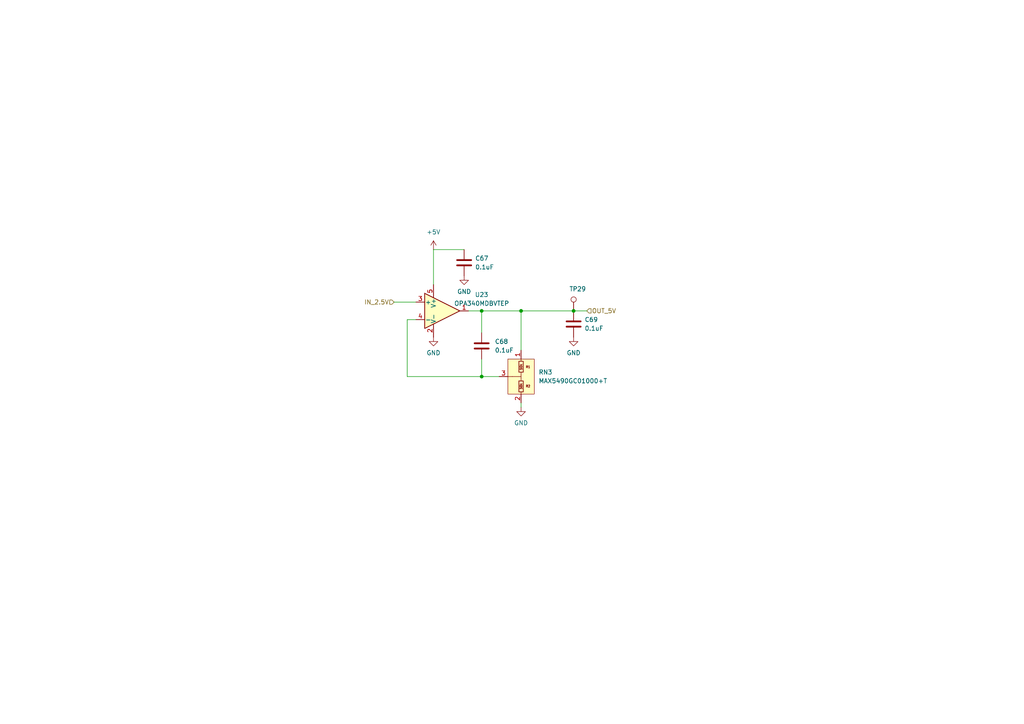
<source format=kicad_sch>
(kicad_sch (version 20211123) (generator eeschema)
  (paper "A4")
  (lib_symbols
    (symbol "Amplifier_Operational:OPA340NA" (pin_names (offset 0.127))
      (property "Reference" "U" (at -1.27 6.35 0))
      (property "Value" "OPA340NA" (at -1.27 3.81 0))
      (symbol "OPA340NA_0_1"
        (polyline (pts (xy -5.08 5.08) (xy 5.08 0) (xy -5.08 -5.08) (xy -5.08 5.08)) (stroke (width 0.254)) (fill (type background)))
        (pin power_in line (at -2.54 -7.62 90) (length 3.81) (name "V-") (number "2"))
        (pin power_in line (at -2.54 7.62 270) (length 3.81) (name "V+") (number "5"))
      )
      (symbol "OPA340NA_1_1"
        (pin output line (at 7.62 0 180) (length 2.54) (name "~") (number "1"))
        (pin input line (at -7.62 2.54 0) (length 2.54) (name "+") (number "3"))
        (pin input line (at -7.62 -2.54 0) (length 2.54) (name "-") (number "4"))
      )
    )
    (symbol "Connector:TestPoint" (pin_numbers hide) (pin_names (offset 0.762) hide)
      (property "Reference" "TP" (at 0 6.858 0))
      (property "Value" "TestPoint" (at 0 5.08 0))
      (symbol "TestPoint_0_1"
        (circle (center 0 3.302) (radius 0.762))
      )
      (symbol "TestPoint_1_1"
        (pin passive line (at 0 0 90) (length 2.54) (name "1") (number "1"))
      )
    )
    (symbol "Device:C" (pin_numbers hide) (pin_names (offset 0.254))
      (property "Reference" "C" (at 0.635 2.54 0))
      (property "Value" "C" (at 0.635 -2.54 0))
      (symbol "C_0_1"
        (polyline (pts (xy -2.032 -0.762) (xy 2.032 -0.762)) (stroke (width 0.508)))
        (polyline (pts (xy -2.032 0.762) (xy 2.032 0.762)) (stroke (width 0.508)))
      )
      (symbol "C_1_1"
        (pin passive line (at 0 3.81 270) (length 2.794) (name "~") (number "1"))
        (pin passive line (at 0 -3.81 90) (length 2.794) (name "~") (number "2"))
      )
    )
    (symbol "FP-Interface-Card:MAX5490GC01000+T"
      (property "Reference" "RN?" (at -6.35 -1.27 0))
      (property "Value" "MAX5490GC01000+T" (at -13.97 -3.81 0))
      (symbol "MAX5490GC01000+T_0_0"
        (text "50k" (at 0 -10.414 900) (effects (font (size 0.635 0.635))))
        (text "50k" (at 0 -4.826 900) (effects (font (size 0.635 0.635))))
        (text "R1" (at -2.032 -4.826 0) (effects (font (size 0.635 0.635))))
        (text "R2" (at -2.032 -10.414 0) (effects (font (size 0.635 0.635))))
      )
      (symbol "MAX5490GC01000+T_0_1"
        (rectangle (start -3.81 -2.54) (end 3.81 -12.7) (fill (type background)))
        (rectangle (start -0.635 -8.89) (end 0.635 -12.065) (stroke (width 0.2032)))
        (rectangle (start -0.635 -3.175) (end 0.635 -6.35) (stroke (width 0.2032)))
        (polyline (pts (xy 0 -12.065) (xy 0 -12.7)))
        (polyline (pts (xy 0 -3.175) (xy 0 -2.54)))
        (polyline (pts (xy 2.54 -7.62) (xy 3.81 -7.62)))
        (polyline (pts (xy 0 -8.89) (xy 0 -6.35) (xy 0 -7.62) (xy 2.54 -7.62)))
      )
      (symbol "MAX5490GC01000+T_1_1"
        (pin input line (at 0 0 270) (length 2.54) (name "") (number "1"))
        (pin input line (at 0 -15.24 90) (length 2.54) (name "") (number "2"))
        (pin input line (at 6.35 -7.62 180) (length 2.54) (name "") (number "3"))
      )
    )
    (symbol "power:+5V" (power) (pin_names (offset 0))
      (property "Value" "+5V" (at 0 3.556 0))
      (symbol "+5V_0_1"
        (polyline (pts (xy -0.762 1.27) (xy 0 2.54)))
        (polyline (pts (xy 0 0) (xy 0 2.54)))
        (polyline (pts (xy 0 2.54) (xy 0.762 1.27)))
      )
      (symbol "+5V_1_1"
        (pin power_in line (at 0 0 90) (length 0) hide (name "+5V") (number "1"))
      )
    )
    (symbol "power:GND" (power) (pin_names (offset 0))
      (property "Value" "GND" (at 0 -3.81 0))
      (symbol "GND_0_1"
        (polyline (pts (xy 0 0) (xy 0 -1.27) (xy 1.27 -1.27) (xy 0 -2.54) (xy -1.27 -1.27) (xy 0 -1.27)))
      )
      (symbol "GND_1_1"
        (pin power_in line (at 0 0 270) (length 0) hide (name "GND") (number "1"))
      )
    )
  )
  (junction (at 166.37 90.17))
  (junction (at 139.7 90.17))
  (junction (at 151.13 90.17))
  (junction (at 139.7 109.22))
  (wire (pts (xy 118.11 92.71) (xy 118.11 109.22)))
  (wire (pts (xy 114.3 87.63) (xy 120.65 87.63)))
  (wire (pts (xy 120.65 92.71) (xy 118.11 92.71)))
  (wire (pts (xy 139.7 96.52) (xy 139.7 90.17)))
  (wire (pts (xy 125.73 72.39) (xy 125.73 82.55)))
  (wire (pts (xy 151.13 90.17) (xy 166.37 90.17)))
  (wire (pts (xy 125.73 72.39) (xy 134.62 72.39)))
  (wire (pts (xy 166.37 90.17) (xy 170.18 90.17)))
  (wire (pts (xy 139.7 109.22) (xy 144.78 109.22)))
  (wire (pts (xy 139.7 109.22) (xy 139.7 104.14)))
  (wire (pts (xy 151.13 116.84) (xy 151.13 118.11)))
  (wire (pts (xy 139.7 90.17) (xy 151.13 90.17)))
  (wire (pts (xy 135.89 90.17) (xy 139.7 90.17)))
  (wire (pts (xy 118.11 109.22) (xy 139.7 109.22)))
  (wire (pts (xy 151.13 101.6) (xy 151.13 90.17)))
  (hierarchical_label "IN_2.5V" (shape input) (at 114.3 87.63 180))
  (hierarchical_label "OUT_5V" (shape input) (at 170.18 90.17 0))
  (symbol (lib_id "Amplifier_Operational:OPA340NA") (at 128.27 90.17 0)
    (property "Reference" "U23" (at 139.7 85.471 0))
    (property "Value" "OPA340MDBVTEP" (at 139.7 88.011 0))
    (property "Footprint" "Package_TO_SOT_SMD:SOT-23-5" (effects hide))
  )
  (symbol (lib_id "power:GND") (at 166.37 97.79 0)
    (property "Reference" "#PWR073" (effects hide))
    (property "Value" "GND" (at 166.37 102.3525 0))
  )
  (symbol (lib_id "Connector:TestPoint") (at 166.37 90.17 0)
    (property "Reference" "TP29" (at 165.1 83.82 0) (effects (justify left)))
    (property "Value" "TestPoint" (effects hide))
    (property "Footprint" "TestPoint:TestPoint_Pad_2.5x2.5mm" (effects hide))
  )
  (symbol (lib_id "power:GND") (at 134.62 80.01 0)
    (property "Reference" "#PWR071" (effects hide))
    (property "Value" "GND" (at 134.62 84.5725 0))
  )
  (symbol (lib_id "Device:C") (at 166.37 93.98 0)
    (property "Reference" "C69" (at 169.545 92.7099 0) (effects (justify left)))
    (property "Value" "0.1uF" (at 169.545 95.2499 0) (effects (justify left)))
    (property "Footprint" "Capacitor_SMD:C_0603_1608Metric" (effects hide))
  )
  (symbol (lib_id "power:+5V") (at 125.73 72.39 0)
    (property "Reference" "#PWR069" (effects hide))
    (property "Value" "+5V" (at 125.73 67.31 0))
  )
  (symbol (lib_id "Device:C") (at 134.62 76.2 0)
    (property "Reference" "C67" (at 137.795 74.9299 0) (effects (justify left)))
    (property "Value" "0.1uF" (at 137.795 77.4699 0) (effects (justify left)))
    (property "Footprint" "Capacitor_SMD:C_0603_1608Metric" (effects hide))
  )
  (symbol (lib_id "power:GND") (at 151.13 118.11 0)
    (property "Reference" "#PWR072" (effects hide))
    (property "Value" "GND" (at 151.13 122.6725 0))
  )
  (symbol (lib_id "FP-Interface-Card:MAX5490GC01000+T") (at 151.13 101.6 0) (mirror y)
    (property "Reference" "RN3" (at 156.21 107.9499 0) (effects (justify right)))
    (property "Value" "MAX5490GC01000+T" (at 156.21 110.4899 0) (effects (justify right)))
    (property "Footprint" "Package_TO_SOT_SMD:SOT-23" (effects hide))
  )
  (symbol (lib_id "Device:C") (at 139.7 100.33 0)
    (property "Reference" "C68" (at 143.51 99.0599 0) (effects (justify left)))
    (property "Value" "0.1uF" (at 143.51 101.5999 0) (effects (justify left)))
    (property "Footprint" "Capacitor_SMD:C_0603_1608Metric" (effects hide))
  )
  (symbol (lib_id "power:GND") (at 125.73 97.79 0)
    (property "Reference" "#PWR070" (effects hide))
    (property "Value" "GND" (at 125.73 102.3525 0))
  )
)
</source>
